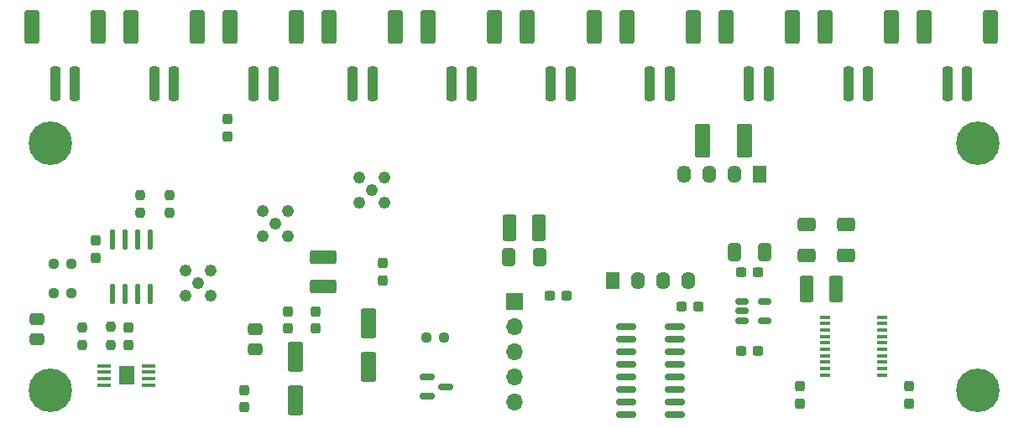
<source format=gbr>
%TF.GenerationSoftware,KiCad,Pcbnew,7.0.6*%
%TF.CreationDate,2023-09-07T21:54:39-06:00*%
%TF.ProjectId,low_power_heater,6c6f775f-706f-4776-9572-5f6865617465,rev?*%
%TF.SameCoordinates,Original*%
%TF.FileFunction,Soldermask,Top*%
%TF.FilePolarity,Negative*%
%FSLAX46Y46*%
G04 Gerber Fmt 4.6, Leading zero omitted, Abs format (unit mm)*
G04 Created by KiCad (PCBNEW 7.0.6) date 2023-09-07 21:54:39*
%MOMM*%
%LPD*%
G01*
G04 APERTURE LIST*
G04 Aperture macros list*
%AMRoundRect*
0 Rectangle with rounded corners*
0 $1 Rounding radius*
0 $2 $3 $4 $5 $6 $7 $8 $9 X,Y pos of 4 corners*
0 Add a 4 corners polygon primitive as box body*
4,1,4,$2,$3,$4,$5,$6,$7,$8,$9,$2,$3,0*
0 Add four circle primitives for the rounded corners*
1,1,$1+$1,$2,$3*
1,1,$1+$1,$4,$5*
1,1,$1+$1,$6,$7*
1,1,$1+$1,$8,$9*
0 Add four rect primitives between the rounded corners*
20,1,$1+$1,$2,$3,$4,$5,0*
20,1,$1+$1,$4,$5,$6,$7,0*
20,1,$1+$1,$6,$7,$8,$9,0*
20,1,$1+$1,$8,$9,$2,$3,0*%
G04 Aperture macros list end*
%ADD10C,1.240000*%
%ADD11RoundRect,0.237500X-0.300000X-0.237500X0.300000X-0.237500X0.300000X0.237500X-0.300000X0.237500X0*%
%ADD12R,1.327899X0.431000*%
%ADD13R,1.570000X1.890000*%
%ADD14RoundRect,0.237500X-0.237500X0.300000X-0.237500X-0.300000X0.237500X-0.300000X0.237500X0.300000X0*%
%ADD15RoundRect,0.237500X0.300000X0.237500X-0.300000X0.237500X-0.300000X-0.237500X0.300000X-0.237500X0*%
%ADD16RoundRect,0.237500X0.250000X0.237500X-0.250000X0.237500X-0.250000X-0.237500X0.250000X-0.237500X0*%
%ADD17RoundRect,0.150000X-0.512500X-0.150000X0.512500X-0.150000X0.512500X0.150000X-0.512500X0.150000X0*%
%ADD18RoundRect,0.250000X0.250000X1.500000X-0.250000X1.500000X-0.250000X-1.500000X0.250000X-1.500000X0*%
%ADD19RoundRect,0.250001X0.499999X1.449999X-0.499999X1.449999X-0.499999X-1.449999X0.499999X-1.449999X0*%
%ADD20RoundRect,0.237500X0.237500X-0.250000X0.237500X0.250000X-0.237500X0.250000X-0.237500X-0.250000X0*%
%ADD21C,0.700000*%
%ADD22C,4.400000*%
%ADD23RoundRect,0.250000X0.537500X1.450000X-0.537500X1.450000X-0.537500X-1.450000X0.537500X-1.450000X0*%
%ADD24RoundRect,0.237500X-0.237500X0.250000X-0.237500X-0.250000X0.237500X-0.250000X0.237500X0.250000X0*%
%ADD25RoundRect,0.237500X0.237500X-0.300000X0.237500X0.300000X-0.237500X0.300000X-0.237500X-0.300000X0*%
%ADD26RoundRect,0.250000X-0.412500X-0.650000X0.412500X-0.650000X0.412500X0.650000X-0.412500X0.650000X0*%
%ADD27RoundRect,0.150000X-0.825000X-0.150000X0.825000X-0.150000X0.825000X0.150000X-0.825000X0.150000X0*%
%ADD28RoundRect,0.250001X-1.074999X0.462499X-1.074999X-0.462499X1.074999X-0.462499X1.074999X0.462499X0*%
%ADD29RoundRect,0.250000X-0.550000X1.250000X-0.550000X-1.250000X0.550000X-1.250000X0.550000X1.250000X0*%
%ADD30RoundRect,0.250000X-0.475000X0.337500X-0.475000X-0.337500X0.475000X-0.337500X0.475000X0.337500X0*%
%ADD31R,1.400000X1.800000*%
%ADD32O,1.400000X1.800000*%
%ADD33RoundRect,0.150000X-0.587500X-0.150000X0.587500X-0.150000X0.587500X0.150000X-0.587500X0.150000X0*%
%ADD34RoundRect,0.250000X0.650000X-0.412500X0.650000X0.412500X-0.650000X0.412500X-0.650000X-0.412500X0*%
%ADD35RoundRect,0.250001X-0.462499X-1.074999X0.462499X-1.074999X0.462499X1.074999X-0.462499X1.074999X0*%
%ADD36RoundRect,0.250000X0.412500X0.650000X-0.412500X0.650000X-0.412500X-0.650000X0.412500X-0.650000X0*%
%ADD37O,0.588000X2.045000*%
%ADD38RoundRect,0.237500X-0.237500X0.287500X-0.237500X-0.287500X0.237500X-0.287500X0.237500X0.287500X0*%
%ADD39R,1.000000X0.400000*%
%ADD40R,1.700000X1.700000*%
%ADD41O,1.700000X1.700000*%
G04 APERTURE END LIST*
D10*
%TO.C,J14*%
X102370000Y-81130000D03*
X101100000Y-79860000D03*
X101100000Y-82400000D03*
X103640000Y-79860000D03*
X103640000Y-82400000D03*
%TD*%
%TO.C,J13*%
X119870000Y-71730000D03*
X118600000Y-70460000D03*
X118600000Y-73000000D03*
X121140000Y-70460000D03*
X121140000Y-73000000D03*
%TD*%
%TO.C,J12*%
X110130000Y-75130000D03*
X108860000Y-73860000D03*
X108860000Y-76400000D03*
X111400000Y-73860000D03*
X111400000Y-76400000D03*
%TD*%
D11*
%TO.C,C7*%
X157137500Y-88000000D03*
X158862500Y-88000000D03*
%TD*%
D12*
%TO.C,U6*%
X92926652Y-89475001D03*
X92926652Y-90124999D03*
X92926652Y-90775001D03*
X92926652Y-91424999D03*
X97353348Y-91424999D03*
X97353348Y-90775001D03*
X97353348Y-90124999D03*
X97353348Y-89475001D03*
D13*
X95140000Y-90450000D03*
%TD*%
D14*
%TO.C,C22*%
X107030000Y-91947500D03*
X107030000Y-93672500D03*
%TD*%
D11*
%TO.C,C6*%
X157137500Y-80000000D03*
X158862500Y-80000000D03*
%TD*%
D15*
%TO.C,C1*%
X139557500Y-82365000D03*
X137832500Y-82365000D03*
%TD*%
D16*
%TO.C,R5*%
X127200000Y-86600000D03*
X125375000Y-86600000D03*
%TD*%
D17*
%TO.C,U3*%
X157230000Y-83000000D03*
X157230000Y-83950000D03*
X157230000Y-84900000D03*
X159505000Y-84900000D03*
X159505000Y-83000000D03*
%TD*%
D14*
%TO.C,C9*%
X92075000Y-76850000D03*
X92075000Y-78575000D03*
%TD*%
D18*
%TO.C,J5*%
X139950000Y-60950000D03*
X137950000Y-60950000D03*
D19*
X142300000Y-55200000D03*
X135600000Y-55200000D03*
%TD*%
D18*
%TO.C,J6*%
X129950000Y-60950000D03*
X127950000Y-60950000D03*
D19*
X132300000Y-55200000D03*
X125600000Y-55200000D03*
%TD*%
D20*
%TO.C,R6*%
X90680000Y-87412500D03*
X90680000Y-85587500D03*
%TD*%
D21*
%TO.C,H3*%
X85850000Y-67000000D03*
X86333274Y-65833274D03*
X86333274Y-68166726D03*
X87500000Y-65350000D03*
D22*
X87500000Y-67000000D03*
D21*
X87500000Y-68650000D03*
X88666726Y-65833274D03*
X88666726Y-68166726D03*
X89150000Y-67000000D03*
%TD*%
D18*
%TO.C,J7*%
X119950000Y-60950000D03*
X117950000Y-60950000D03*
D19*
X122300000Y-55200000D03*
X115600000Y-55200000D03*
%TD*%
D23*
%TO.C,C13*%
X157500000Y-66750000D03*
X153225000Y-66750000D03*
%TD*%
D24*
%TO.C,R7*%
X93580000Y-85547500D03*
X93580000Y-87372500D03*
%TD*%
D16*
%TO.C,R1*%
X89625000Y-79145699D03*
X87800000Y-79145699D03*
%TD*%
D25*
%TO.C,C10*%
X121000000Y-80862500D03*
X121000000Y-79137500D03*
%TD*%
D26*
%TO.C,C5*%
X156437500Y-78000000D03*
X159562500Y-78000000D03*
%TD*%
D27*
%TO.C,U2*%
X145525000Y-85555000D03*
X145525000Y-86825000D03*
X145525000Y-88095000D03*
X145525000Y-89365000D03*
X145525000Y-90635000D03*
X145525000Y-91905000D03*
X145525000Y-93175000D03*
X145525000Y-94445000D03*
X150475000Y-94445000D03*
X150475000Y-93175000D03*
X150475000Y-91905000D03*
X150475000Y-90635000D03*
X150475000Y-89365000D03*
X150475000Y-88095000D03*
X150475000Y-86825000D03*
X150475000Y-85555000D03*
%TD*%
D28*
%TO.C,L4*%
X115000000Y-78512500D03*
X115000000Y-81487500D03*
%TD*%
D16*
%TO.C,R2*%
X89625000Y-82145699D03*
X87800000Y-82145699D03*
%TD*%
D20*
%TO.C,R3*%
X96525000Y-74037500D03*
X96525000Y-72212500D03*
%TD*%
D29*
%TO.C,C16*%
X119600000Y-85200000D03*
X119600000Y-89600000D03*
%TD*%
D18*
%TO.C,J8*%
X109950000Y-60950000D03*
X107950000Y-60950000D03*
D19*
X112300000Y-55200000D03*
X105600000Y-55200000D03*
%TD*%
D21*
%TO.C,H4*%
X179350000Y-67000000D03*
X179833274Y-65833274D03*
X179833274Y-68166726D03*
X181000000Y-65350000D03*
D22*
X181000000Y-67000000D03*
D21*
X181000000Y-68650000D03*
X182166726Y-65833274D03*
X182166726Y-68166726D03*
X182650000Y-67000000D03*
%TD*%
D30*
%TO.C,C19*%
X86140000Y-84762500D03*
X86140000Y-86837500D03*
%TD*%
D14*
%TO.C,C15*%
X114200000Y-84000000D03*
X114200000Y-85725000D03*
%TD*%
D31*
%TO.C,PS2*%
X159012500Y-70132500D03*
D32*
X156472500Y-70132500D03*
X153932500Y-70132500D03*
X151392500Y-70132500D03*
%TD*%
D21*
%TO.C,H2*%
X179350000Y-92000000D03*
X179833274Y-90833274D03*
X179833274Y-93166726D03*
X181000000Y-90350000D03*
D22*
X181000000Y-92000000D03*
D21*
X181000000Y-93650000D03*
X182166726Y-90833274D03*
X182166726Y-93166726D03*
X182650000Y-92000000D03*
%TD*%
%TO.C,H1*%
X85850000Y-92000000D03*
X86333274Y-90833274D03*
X86333274Y-93166726D03*
X87500000Y-90350000D03*
D22*
X87500000Y-92000000D03*
D21*
X87500000Y-93650000D03*
X88666726Y-90833274D03*
X88666726Y-93166726D03*
X89150000Y-92000000D03*
%TD*%
D31*
%TO.C,PS1*%
X144237500Y-80867500D03*
D32*
X146777500Y-80867500D03*
X149317500Y-80867500D03*
X151857500Y-80867500D03*
%TD*%
D18*
%TO.C,J10*%
X89950000Y-60950000D03*
X87950000Y-60950000D03*
D19*
X92300000Y-55200000D03*
X85600000Y-55200000D03*
%TD*%
D14*
%TO.C,C3*%
X163060000Y-91565000D03*
X163060000Y-93290000D03*
%TD*%
D18*
%TO.C,J4*%
X149950000Y-60950000D03*
X147950000Y-60950000D03*
D19*
X152300000Y-55200000D03*
X145600000Y-55200000D03*
%TD*%
D18*
%TO.C,J1*%
X179950000Y-60950000D03*
X177950000Y-60950000D03*
D19*
X182300000Y-55200000D03*
X175600000Y-55200000D03*
%TD*%
D29*
%TO.C,C17*%
X112200000Y-88600000D03*
X112200000Y-93000000D03*
%TD*%
D18*
%TO.C,J3*%
X159950000Y-60950000D03*
X157950000Y-60950000D03*
D19*
X162300000Y-55200000D03*
X155600000Y-55200000D03*
%TD*%
D14*
%TO.C,C21*%
X95370000Y-85647500D03*
X95370000Y-87372500D03*
%TD*%
%TO.C,C14*%
X111400000Y-84000000D03*
X111400000Y-85725000D03*
%TD*%
D33*
%TO.C,Q1*%
X125462500Y-90650000D03*
X125462500Y-92550000D03*
X127337500Y-91600000D03*
%TD*%
D18*
%TO.C,J2*%
X169950000Y-60950000D03*
X167950000Y-60950000D03*
D19*
X172300000Y-55200000D03*
X165600000Y-55200000D03*
%TD*%
D34*
%TO.C,C12*%
X167750000Y-78312500D03*
X167750000Y-75187500D03*
%TD*%
D11*
%TO.C,C2*%
X151137500Y-83500000D03*
X152862500Y-83500000D03*
%TD*%
D35*
%TO.C,L1*%
X133762500Y-75500000D03*
X136737500Y-75500000D03*
%TD*%
D36*
%TO.C,C8*%
X136812500Y-78500000D03*
X133687500Y-78500000D03*
%TD*%
D18*
%TO.C,J9*%
X99950000Y-60950000D03*
X97950000Y-60950000D03*
D19*
X102300000Y-55200000D03*
X95600000Y-55200000D03*
%TD*%
D37*
%TO.C,U4*%
X93715000Y-82230000D03*
X94985000Y-82230000D03*
X96255000Y-82230000D03*
X97525000Y-82230000D03*
X97525000Y-76686000D03*
X96255000Y-76686000D03*
X94985000Y-76686000D03*
X93715000Y-76686000D03*
%TD*%
D14*
%TO.C,C4*%
X174060000Y-91565000D03*
X174060000Y-93290000D03*
%TD*%
D38*
%TO.C,L3*%
X105300000Y-64550000D03*
X105300000Y-66300000D03*
%TD*%
D20*
%TO.C,R4*%
X99475000Y-74025000D03*
X99475000Y-72200000D03*
%TD*%
D35*
%TO.C,L2*%
X163762500Y-81750000D03*
X166737500Y-81750000D03*
%TD*%
D39*
%TO.C,U1*%
X165600000Y-84575000D03*
X165600000Y-85225000D03*
X165600000Y-85875000D03*
X165600000Y-86525000D03*
X165600000Y-87175000D03*
X165600000Y-87825000D03*
X165600000Y-88475000D03*
X165600000Y-89125000D03*
X165600000Y-89775000D03*
X165600000Y-90425000D03*
X171400000Y-90425000D03*
X171400000Y-89775000D03*
X171400000Y-89125000D03*
X171400000Y-88475000D03*
X171400000Y-87825000D03*
X171400000Y-87175000D03*
X171400000Y-86525000D03*
X171400000Y-85875000D03*
X171400000Y-85225000D03*
X171400000Y-84575000D03*
%TD*%
D34*
%TO.C,C11*%
X163750000Y-78312500D03*
X163750000Y-75187500D03*
%TD*%
D30*
%TO.C,C18*%
X108110000Y-85772500D03*
X108110000Y-87847500D03*
%TD*%
D40*
%TO.C,J11*%
X134250000Y-83000000D03*
D41*
X134250000Y-85540000D03*
X134250000Y-88080000D03*
X134250000Y-90620000D03*
X134250000Y-93160000D03*
%TD*%
M02*

</source>
